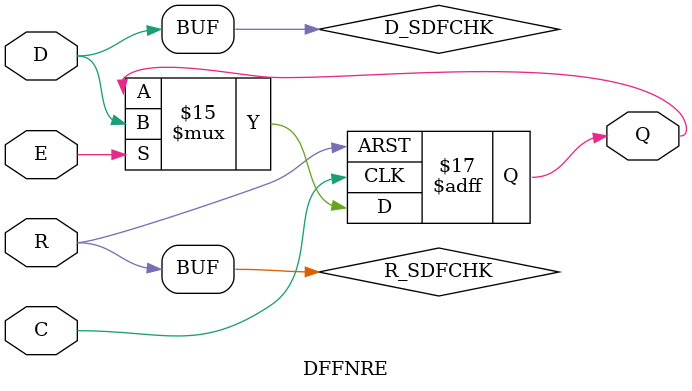
<source format=v>
`timescale 1ns/1ps
`celldefine

// No prologue needed.
module DFFNRE (
  input D, // Data Input
  input R, // Active-low, asynchronous reset
  input E, // Active-high enable
  input C, // Negedge clock
  output reg Q = 1'b0 // Data Output
);

always @(negedge C, negedge R)
if (!R)
  Q <= 1'b0;
else if (E)
  Q <= D;

wire C_D_SDFCHK;
wire C_nD_SDFCHK;
wire nC_D_SDFCHK;
wire nC_nD_SDFCHK;
wire R_D_SDFCHK;
wire R_nD_SDFCHK;
wire R_SDFCHK;
wire D_SDFCHK;

assign C_D_SDFCHK   = C & D;
assign C_nD_SDFCHK  = C & !D;
assign nC_D_SDFCHK  = !C & D;
assign nC_nD_SDFCHK = !C & !D;
assign R_D_SDFCHK   = R & D;
assign R_nD_SDFCHK  = R & !D; 
assign R_SDFCHK     = R;
assign D_SDFCHK     = D;

`ifndef SYNTHESIS  
 `ifdef TIMED_SIM
    specparam T1 = 0.3;
    specparam T2 = 0.4;

  specify
    if (C == 1'b1 && D == 1'b1 && E == 1'b0)
    (negedge R => (Q+:1'b0)) = (T1, 0);
    if (C == 1'b1 && D == 1'b0 && E == 1'b0)
    (negedge R => (Q+:1'b0)) = (T1, T2);
    if (C == 1'b0 && D == 1'b1 && E == 1'b0)
    (negedge R => (Q+:1'b0)) = (T1, T2);
    if (C == 1'b0 && D == 1'b0 && E == 1'b0)
    (negedge R => (Q+:1'b0)) = (T1, T2);
    if (C == 1'b1 && D == 1'b1 && E == 1'b1)
    (negedge R => (Q+:1'b0)) = (T1, T2);
    if (C == 1'b1 && D == 1'b0 && E == 1'b1)
    (negedge R => (Q+:1'b0)) = (T1, T2);
    if (C == 1'b0 && D == 1'b1 && E == 1'b1)
    (negedge R => (Q+:1'b0)) = (T1, T2);
    if (C == 1'b0 && D == 1'b0 && E == 1'b1)
    (negedge R => (Q+:1'b0)) = (T1, T2);
    (negedge C => (Q+:D)) = (T1, T2);

    $width (negedge R &&& C_D_SDFCHK, T1, T2, notifier);
    $width (negedge R &&& C_nD_SDFCHK, T1, T2, notifier);
    $width (negedge R &&& nC_D_SDFCHK, T1, T2, notifier);
    $width (negedge R &&& nC_nD_SDFCHK, T1, T2, notifier);
    $width (posedge C &&& R_D_SDFCHK, T1, T2, notifier);
    $width (negedge C &&& R_D_SDFCHK, T1, T2, notifier);
    $width (posedge C &&& R_nD_SDFCHK, T1, T2, notifier);
    $width (negedge C &&& R_nD_SDFCHK, T1, T2, notifier);

    $setuphold (negedge C &&& R_SDFCHK, posedge D , T1, T2, notifier);
    $setuphold (negedge C &&& R_SDFCHK, negedge D , T1, T2, notifier);
    $recovery (posedge R &&& D_SDFCHK, negedge C &&& D_SDFCHK, 0, notifier);
    $hold (negedge C &&& D_SDFCHK, posedge R , 0, notifier);
  endspecify

 `endif // `ifdef TIMED_SIM  
`endif //  `ifndef SYNTHESIS
endmodule
`endcelldefine

</source>
